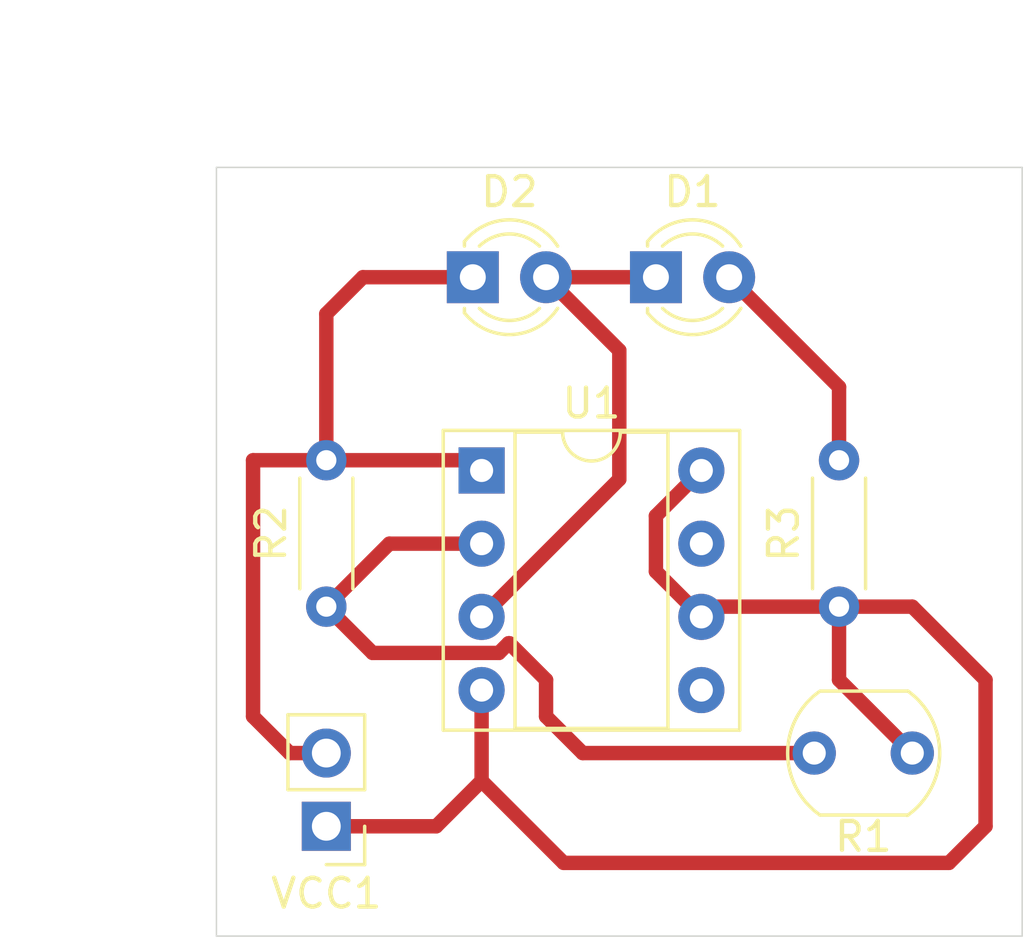
<source format=kicad_pcb>
(kicad_pcb (version 20171130) (host pcbnew "(5.1.9)-1")

  (general
    (thickness 1.6)
    (drawings 6)
    (tracks 42)
    (zones 0)
    (modules 7)
    (nets 8)
  )

  (page A4)
  (layers
    (0 F.Cu signal)
    (31 B.Cu signal)
    (32 B.Adhes user)
    (33 F.Adhes user)
    (34 B.Paste user)
    (35 F.Paste user)
    (36 B.SilkS user)
    (37 F.SilkS user)
    (38 B.Mask user)
    (39 F.Mask user)
    (40 Dwgs.User user)
    (41 Cmts.User user)
    (42 Eco1.User user)
    (43 Eco2.User user)
    (44 Edge.Cuts user)
    (45 Margin user)
    (46 B.CrtYd user)
    (47 F.CrtYd user)
    (48 B.Fab user)
    (49 F.Fab user)
  )

  (setup
    (last_trace_width 0.5)
    (trace_clearance 0.2)
    (zone_clearance 0.508)
    (zone_45_only no)
    (trace_min 0.2)
    (via_size 0.8)
    (via_drill 0.4)
    (via_min_size 0.4)
    (via_min_drill 0.3)
    (uvia_size 0.3)
    (uvia_drill 0.1)
    (uvias_allowed no)
    (uvia_min_size 0.2)
    (uvia_min_drill 0.1)
    (edge_width 0.05)
    (segment_width 0.2)
    (pcb_text_width 0.3)
    (pcb_text_size 1.5 1.5)
    (mod_edge_width 0.12)
    (mod_text_size 1 1)
    (mod_text_width 0.15)
    (pad_size 1.524 1.524)
    (pad_drill 0.762)
    (pad_to_mask_clearance 0)
    (aux_axis_origin 0 0)
    (visible_elements 7FFFFFFF)
    (pcbplotparams
      (layerselection 0x290aa_7fffffff)
      (usegerberextensions false)
      (usegerberattributes true)
      (usegerberadvancedattributes true)
      (creategerberjobfile true)
      (excludeedgelayer true)
      (linewidth 0.100000)
      (plotframeref false)
      (viasonmask false)
      (mode 1)
      (useauxorigin false)
      (hpglpennumber 1)
      (hpglpenspeed 20)
      (hpglpendiameter 15.000000)
      (psnegative false)
      (psa4output false)
      (plotreference true)
      (plotvalue true)
      (plotinvisibletext false)
      (padsonsilk false)
      (subtractmaskfromsilk false)
      (outputformat 1)
      (mirror false)
      (drillshape 0)
      (scaleselection 1)
      (outputdirectory "../GERBER/"))
  )

  (net 0 "")
  (net 1 "Net-(D1-Pad2)")
  (net 2 "Net-(D1-Pad1)")
  (net 3 "Net-(D2-Pad1)")
  (net 4 "Net-(R1-Pad2)")
  (net 5 "Net-(R1-Pad1)")
  (net 6 "Net-(U1-Pad7)")
  (net 7 "Net-(U1-Pad5)")

  (net_class Default "This is the default net class."
    (clearance 0.2)
    (trace_width 0.5)
    (via_dia 0.8)
    (via_drill 0.4)
    (uvia_dia 0.3)
    (uvia_drill 0.1)
    (add_net "Net-(D1-Pad1)")
    (add_net "Net-(D1-Pad2)")
    (add_net "Net-(D2-Pad1)")
    (add_net "Net-(R1-Pad1)")
    (add_net "Net-(R1-Pad2)")
    (add_net "Net-(U1-Pad5)")
    (add_net "Net-(U1-Pad7)")
  )

  (module Connector_PinHeader_2.54mm:PinHeader_1x02_P2.54mm_Vertical (layer F.Cu) (tedit 59FED5CC) (tstamp 60563C40)
    (at 124.46 92.71 180)
    (descr "Through hole straight pin header, 1x02, 2.54mm pitch, single row")
    (tags "Through hole pin header THT 1x02 2.54mm single row")
    (path /605615F7)
    (fp_text reference VCC1 (at 0 -2.33) (layer F.SilkS)
      (effects (font (size 1 1) (thickness 0.15)))
    )
    (fp_text value "DC 9" (at 0 4.87) (layer F.Fab)
      (effects (font (size 1 1) (thickness 0.15)))
    )
    (fp_line (start -0.635 -1.27) (end 1.27 -1.27) (layer F.Fab) (width 0.1))
    (fp_line (start 1.27 -1.27) (end 1.27 3.81) (layer F.Fab) (width 0.1))
    (fp_line (start 1.27 3.81) (end -1.27 3.81) (layer F.Fab) (width 0.1))
    (fp_line (start -1.27 3.81) (end -1.27 -0.635) (layer F.Fab) (width 0.1))
    (fp_line (start -1.27 -0.635) (end -0.635 -1.27) (layer F.Fab) (width 0.1))
    (fp_line (start -1.33 3.87) (end 1.33 3.87) (layer F.SilkS) (width 0.12))
    (fp_line (start -1.33 1.27) (end -1.33 3.87) (layer F.SilkS) (width 0.12))
    (fp_line (start 1.33 1.27) (end 1.33 3.87) (layer F.SilkS) (width 0.12))
    (fp_line (start -1.33 1.27) (end 1.33 1.27) (layer F.SilkS) (width 0.12))
    (fp_line (start -1.33 0) (end -1.33 -1.33) (layer F.SilkS) (width 0.12))
    (fp_line (start -1.33 -1.33) (end 0 -1.33) (layer F.SilkS) (width 0.12))
    (fp_line (start -1.8 -1.8) (end -1.8 4.35) (layer F.CrtYd) (width 0.05))
    (fp_line (start -1.8 4.35) (end 1.8 4.35) (layer F.CrtYd) (width 0.05))
    (fp_line (start 1.8 4.35) (end 1.8 -1.8) (layer F.CrtYd) (width 0.05))
    (fp_line (start 1.8 -1.8) (end -1.8 -1.8) (layer F.CrtYd) (width 0.05))
    (fp_text user %R (at 0 1.27 90) (layer F.Fab)
      (effects (font (size 1 1) (thickness 0.15)))
    )
    (pad 2 thru_hole oval (at 0 2.54 180) (size 1.7 1.7) (drill 1) (layers *.Cu *.Mask)
      (net 3 "Net-(D2-Pad1)"))
    (pad 1 thru_hole rect (at 0 0 180) (size 1.7 1.7) (drill 1) (layers *.Cu *.Mask)
      (net 5 "Net-(R1-Pad1)"))
    (model ${KISYS3DMOD}/Connector_PinHeader_2.54mm.3dshapes/PinHeader_1x02_P2.54mm_Vertical.wrl
      (at (xyz 0 0 0))
      (scale (xyz 1 1 1))
      (rotate (xyz 0 0 0))
    )
  )

  (module Package_DIP:DIP-8_W7.62mm_Socket (layer F.Cu) (tedit 5A02E8C5) (tstamp 60563C2A)
    (at 129.845001 80.365001)
    (descr "8-lead though-hole mounted DIP package, row spacing 7.62 mm (300 mils), Socket")
    (tags "THT DIP DIL PDIP 2.54mm 7.62mm 300mil Socket")
    (path /6055E23B)
    (fp_text reference U1 (at 3.81 -2.33) (layer F.SilkS)
      (effects (font (size 1 1) (thickness 0.15)))
    )
    (fp_text value LM555 (at 3.81 9.95) (layer F.Fab)
      (effects (font (size 1 1) (thickness 0.15)))
    )
    (fp_line (start 1.635 -1.27) (end 6.985 -1.27) (layer F.Fab) (width 0.1))
    (fp_line (start 6.985 -1.27) (end 6.985 8.89) (layer F.Fab) (width 0.1))
    (fp_line (start 6.985 8.89) (end 0.635 8.89) (layer F.Fab) (width 0.1))
    (fp_line (start 0.635 8.89) (end 0.635 -0.27) (layer F.Fab) (width 0.1))
    (fp_line (start 0.635 -0.27) (end 1.635 -1.27) (layer F.Fab) (width 0.1))
    (fp_line (start -1.27 -1.33) (end -1.27 8.95) (layer F.Fab) (width 0.1))
    (fp_line (start -1.27 8.95) (end 8.89 8.95) (layer F.Fab) (width 0.1))
    (fp_line (start 8.89 8.95) (end 8.89 -1.33) (layer F.Fab) (width 0.1))
    (fp_line (start 8.89 -1.33) (end -1.27 -1.33) (layer F.Fab) (width 0.1))
    (fp_line (start 2.81 -1.33) (end 1.16 -1.33) (layer F.SilkS) (width 0.12))
    (fp_line (start 1.16 -1.33) (end 1.16 8.95) (layer F.SilkS) (width 0.12))
    (fp_line (start 1.16 8.95) (end 6.46 8.95) (layer F.SilkS) (width 0.12))
    (fp_line (start 6.46 8.95) (end 6.46 -1.33) (layer F.SilkS) (width 0.12))
    (fp_line (start 6.46 -1.33) (end 4.81 -1.33) (layer F.SilkS) (width 0.12))
    (fp_line (start -1.33 -1.39) (end -1.33 9.01) (layer F.SilkS) (width 0.12))
    (fp_line (start -1.33 9.01) (end 8.95 9.01) (layer F.SilkS) (width 0.12))
    (fp_line (start 8.95 9.01) (end 8.95 -1.39) (layer F.SilkS) (width 0.12))
    (fp_line (start 8.95 -1.39) (end -1.33 -1.39) (layer F.SilkS) (width 0.12))
    (fp_line (start -1.55 -1.6) (end -1.55 9.2) (layer F.CrtYd) (width 0.05))
    (fp_line (start -1.55 9.2) (end 9.15 9.2) (layer F.CrtYd) (width 0.05))
    (fp_line (start 9.15 9.2) (end 9.15 -1.6) (layer F.CrtYd) (width 0.05))
    (fp_line (start 9.15 -1.6) (end -1.55 -1.6) (layer F.CrtYd) (width 0.05))
    (fp_text user %R (at 3.81 3.81) (layer F.Fab)
      (effects (font (size 1 1) (thickness 0.15)))
    )
    (fp_arc (start 3.81 -1.33) (end 2.81 -1.33) (angle -180) (layer F.SilkS) (width 0.12))
    (pad 8 thru_hole oval (at 7.62 0) (size 1.6 1.6) (drill 0.8) (layers *.Cu *.Mask)
      (net 5 "Net-(R1-Pad1)"))
    (pad 4 thru_hole oval (at 0 7.62) (size 1.6 1.6) (drill 0.8) (layers *.Cu *.Mask)
      (net 5 "Net-(R1-Pad1)"))
    (pad 7 thru_hole oval (at 7.62 2.54) (size 1.6 1.6) (drill 0.8) (layers *.Cu *.Mask)
      (net 6 "Net-(U1-Pad7)"))
    (pad 3 thru_hole oval (at 0 5.08) (size 1.6 1.6) (drill 0.8) (layers *.Cu *.Mask)
      (net 2 "Net-(D1-Pad1)"))
    (pad 6 thru_hole oval (at 7.62 5.08) (size 1.6 1.6) (drill 0.8) (layers *.Cu *.Mask)
      (net 5 "Net-(R1-Pad1)"))
    (pad 2 thru_hole oval (at 0 2.54) (size 1.6 1.6) (drill 0.8) (layers *.Cu *.Mask)
      (net 4 "Net-(R1-Pad2)"))
    (pad 5 thru_hole oval (at 7.62 7.62) (size 1.6 1.6) (drill 0.8) (layers *.Cu *.Mask)
      (net 7 "Net-(U1-Pad5)"))
    (pad 1 thru_hole rect (at 0 0) (size 1.6 1.6) (drill 0.8) (layers *.Cu *.Mask)
      (net 3 "Net-(D2-Pad1)"))
    (model ${KISYS3DMOD}/Package_DIP.3dshapes/DIP-8_W7.62mm_Socket.wrl
      (at (xyz 0 0 0))
      (scale (xyz 1 1 1))
      (rotate (xyz 0 0 0))
    )
  )

  (module Resistor_THT:R_Axial_DIN0204_L3.6mm_D1.6mm_P5.08mm_Horizontal (layer F.Cu) (tedit 5AE5139B) (tstamp 60563C06)
    (at 142.24 85.09 90)
    (descr "Resistor, Axial_DIN0204 series, Axial, Horizontal, pin pitch=5.08mm, 0.167W, length*diameter=3.6*1.6mm^2, http://cdn-reichelt.de/documents/datenblatt/B400/1_4W%23YAG.pdf")
    (tags "Resistor Axial_DIN0204 series Axial Horizontal pin pitch 5.08mm 0.167W length 3.6mm diameter 1.6mm")
    (path /6055F7D9)
    (fp_text reference R3 (at 2.54 -1.92 90) (layer F.SilkS)
      (effects (font (size 1 1) (thickness 0.15)))
    )
    (fp_text value 330E (at 2.54 1.92 90) (layer F.Fab)
      (effects (font (size 1 1) (thickness 0.15)))
    )
    (fp_line (start 0.74 -0.8) (end 0.74 0.8) (layer F.Fab) (width 0.1))
    (fp_line (start 0.74 0.8) (end 4.34 0.8) (layer F.Fab) (width 0.1))
    (fp_line (start 4.34 0.8) (end 4.34 -0.8) (layer F.Fab) (width 0.1))
    (fp_line (start 4.34 -0.8) (end 0.74 -0.8) (layer F.Fab) (width 0.1))
    (fp_line (start 0 0) (end 0.74 0) (layer F.Fab) (width 0.1))
    (fp_line (start 5.08 0) (end 4.34 0) (layer F.Fab) (width 0.1))
    (fp_line (start 0.62 -0.92) (end 4.46 -0.92) (layer F.SilkS) (width 0.12))
    (fp_line (start 0.62 0.92) (end 4.46 0.92) (layer F.SilkS) (width 0.12))
    (fp_line (start -0.95 -1.05) (end -0.95 1.05) (layer F.CrtYd) (width 0.05))
    (fp_line (start -0.95 1.05) (end 6.03 1.05) (layer F.CrtYd) (width 0.05))
    (fp_line (start 6.03 1.05) (end 6.03 -1.05) (layer F.CrtYd) (width 0.05))
    (fp_line (start 6.03 -1.05) (end -0.95 -1.05) (layer F.CrtYd) (width 0.05))
    (fp_text user %R (at 2.54 0 90) (layer F.Fab)
      (effects (font (size 0.72 0.72) (thickness 0.108)))
    )
    (pad 2 thru_hole oval (at 5.08 0 90) (size 1.4 1.4) (drill 0.7) (layers *.Cu *.Mask)
      (net 1 "Net-(D1-Pad2)"))
    (pad 1 thru_hole circle (at 0 0 90) (size 1.4 1.4) (drill 0.7) (layers *.Cu *.Mask)
      (net 5 "Net-(R1-Pad1)"))
    (model ${KISYS3DMOD}/Resistor_THT.3dshapes/R_Axial_DIN0204_L3.6mm_D1.6mm_P5.08mm_Horizontal.wrl
      (at (xyz 0 0 0))
      (scale (xyz 1 1 1))
      (rotate (xyz 0 0 0))
    )
  )

  (module Resistor_THT:R_Axial_DIN0204_L3.6mm_D1.6mm_P5.08mm_Horizontal (layer F.Cu) (tedit 5AE5139B) (tstamp 60563BF3)
    (at 124.46 85.09 90)
    (descr "Resistor, Axial_DIN0204 series, Axial, Horizontal, pin pitch=5.08mm, 0.167W, length*diameter=3.6*1.6mm^2, http://cdn-reichelt.de/documents/datenblatt/B400/1_4W%23YAG.pdf")
    (tags "Resistor Axial_DIN0204 series Axial Horizontal pin pitch 5.08mm 0.167W length 3.6mm diameter 1.6mm")
    (path /605645E1)
    (fp_text reference R2 (at 2.54 -1.92 90) (layer F.SilkS)
      (effects (font (size 1 1) (thickness 0.15)))
    )
    (fp_text value 47K (at 2.54 1.92 90) (layer F.Fab)
      (effects (font (size 1 1) (thickness 0.15)))
    )
    (fp_line (start 0.74 -0.8) (end 0.74 0.8) (layer F.Fab) (width 0.1))
    (fp_line (start 0.74 0.8) (end 4.34 0.8) (layer F.Fab) (width 0.1))
    (fp_line (start 4.34 0.8) (end 4.34 -0.8) (layer F.Fab) (width 0.1))
    (fp_line (start 4.34 -0.8) (end 0.74 -0.8) (layer F.Fab) (width 0.1))
    (fp_line (start 0 0) (end 0.74 0) (layer F.Fab) (width 0.1))
    (fp_line (start 5.08 0) (end 4.34 0) (layer F.Fab) (width 0.1))
    (fp_line (start 0.62 -0.92) (end 4.46 -0.92) (layer F.SilkS) (width 0.12))
    (fp_line (start 0.62 0.92) (end 4.46 0.92) (layer F.SilkS) (width 0.12))
    (fp_line (start -0.95 -1.05) (end -0.95 1.05) (layer F.CrtYd) (width 0.05))
    (fp_line (start -0.95 1.05) (end 6.03 1.05) (layer F.CrtYd) (width 0.05))
    (fp_line (start 6.03 1.05) (end 6.03 -1.05) (layer F.CrtYd) (width 0.05))
    (fp_line (start 6.03 -1.05) (end -0.95 -1.05) (layer F.CrtYd) (width 0.05))
    (fp_text user %R (at 2.54 0 90) (layer F.Fab)
      (effects (font (size 0.72 0.72) (thickness 0.108)))
    )
    (pad 2 thru_hole oval (at 5.08 0 90) (size 1.4 1.4) (drill 0.7) (layers *.Cu *.Mask)
      (net 3 "Net-(D2-Pad1)"))
    (pad 1 thru_hole circle (at 0 0 90) (size 1.4 1.4) (drill 0.7) (layers *.Cu *.Mask)
      (net 4 "Net-(R1-Pad2)"))
    (model ${KISYS3DMOD}/Resistor_THT.3dshapes/R_Axial_DIN0204_L3.6mm_D1.6mm_P5.08mm_Horizontal.wrl
      (at (xyz 0 0 0))
      (scale (xyz 1 1 1))
      (rotate (xyz 0 0 0))
    )
  )

  (module OptoDevice:R_LDR_5.1x4.3mm_P3.4mm_Vertical (layer F.Cu) (tedit 5B8603DB) (tstamp 60563BE0)
    (at 144.78 90.17 180)
    (descr "Resistor, LDR 5.1x3.4mm, see http://yourduino.com/docs/Photoresistor-5516-datasheet.pdf")
    (tags "Resistor LDR5.1x3.4mm")
    (path /60560DB2)
    (fp_text reference R1 (at 1.7 -2.9) (layer F.SilkS)
      (effects (font (size 1 1) (thickness 0.15)))
    )
    (fp_text value LDR07 (at 1.5 3) (layer F.Fab)
      (effects (font (size 1 1) (thickness 0.15)))
    )
    (fp_line (start 0.15 2.15) (end 3.2 2.15) (layer F.SilkS) (width 0.12))
    (fp_line (start 0.15 -2.15) (end 3.2 -2.15) (layer F.SilkS) (width 0.12))
    (fp_line (start 1 0) (end 2.3 0) (layer F.Fab) (width 0.1))
    (fp_line (start 2.3 0) (end 2.3 -0.6) (layer F.Fab) (width 0.1))
    (fp_line (start 2.3 -0.6) (end 0.8 -0.6) (layer F.Fab) (width 0.1))
    (fp_line (start 2.6 0.6) (end 1 0.6) (layer F.Fab) (width 0.1))
    (fp_line (start 0.8 -1.8) (end 2.6 -1.8) (layer F.Fab) (width 0.1))
    (fp_line (start 2.6 -1.8) (end 2.6 -1.2) (layer F.Fab) (width 0.1))
    (fp_line (start 2.6 -1.2) (end 0.8 -1.2) (layer F.Fab) (width 0.1))
    (fp_line (start 0.8 -1.2) (end 0.8 -0.6) (layer F.Fab) (width 0.1))
    (fp_line (start 1 0) (end 1 0.6) (layer F.Fab) (width 0.1))
    (fp_line (start 2.6 0.6) (end 2.6 1.2) (layer F.Fab) (width 0.1))
    (fp_line (start 2.6 1.2) (end 0.8 1.2) (layer F.Fab) (width 0.1))
    (fp_line (start 0.8 1.2) (end 0.8 1.8) (layer F.Fab) (width 0.1))
    (fp_line (start 0.8 1.8) (end 2.6 1.8) (layer F.Fab) (width 0.1))
    (fp_line (start 3.2 2.1) (end 0.2 2.1) (layer F.Fab) (width 0.1))
    (fp_line (start 0.2 -2.1) (end 3.2 -2.1) (layer F.Fab) (width 0.1))
    (fp_line (start -1.13 -2.35) (end 4.53 -2.35) (layer F.CrtYd) (width 0.05))
    (fp_line (start -1.13 -2.35) (end -1.13 2.35) (layer F.CrtYd) (width 0.05))
    (fp_line (start 4.53 2.35) (end 4.53 -2.35) (layer F.CrtYd) (width 0.05))
    (fp_line (start 4.53 2.35) (end -1.13 2.35) (layer F.CrtYd) (width 0.05))
    (fp_arc (start 1.7 0) (end 0.2 2.1) (angle 109) (layer F.Fab) (width 0.1))
    (fp_arc (start 1.7 0) (end 3.2 -2.1) (angle 109) (layer F.Fab) (width 0.1))
    (fp_arc (start 1.7 0) (end 3.2 -2.15) (angle 109) (layer F.SilkS) (width 0.12))
    (fp_arc (start 1.7 0) (end 0.15 2.15) (angle 109) (layer F.SilkS) (width 0.12))
    (fp_text user %R (at 1.7 -2.9) (layer F.Fab)
      (effects (font (size 1 1) (thickness 0.15)))
    )
    (pad 2 thru_hole circle (at 3.4 0 180) (size 1.5 1.5) (drill 0.8) (layers *.Cu *.Mask)
      (net 4 "Net-(R1-Pad2)"))
    (pad 1 thru_hole circle (at 0 0 180) (size 1.5 1.5) (drill 0.8) (layers *.Cu *.Mask)
      (net 5 "Net-(R1-Pad1)"))
    (model ${KISYS3DMOD}/OptoDevice.3dshapes/R_LDR_5.1x4.3mm_P3.4mm_Vertical.wrl
      (at (xyz 0 0 0))
      (scale (xyz 1 1 1))
      (rotate (xyz 0 0 0))
    )
  )

  (module LED_THT:LED_D3.0mm (layer F.Cu) (tedit 587A3A7B) (tstamp 60563BC0)
    (at 129.54 73.66)
    (descr "LED, diameter 3.0mm, 2 pins")
    (tags "LED diameter 3.0mm 2 pins")
    (path /6057AACE)
    (fp_text reference D2 (at 1.27 -2.96) (layer F.SilkS)
      (effects (font (size 1 1) (thickness 0.15)))
    )
    (fp_text value "GREEN LED" (at 1.27 2.96) (layer F.Fab)
      (effects (font (size 1 1) (thickness 0.15)))
    )
    (fp_circle (center 1.27 0) (end 2.77 0) (layer F.Fab) (width 0.1))
    (fp_line (start -0.23 -1.16619) (end -0.23 1.16619) (layer F.Fab) (width 0.1))
    (fp_line (start -0.29 -1.236) (end -0.29 -1.08) (layer F.SilkS) (width 0.12))
    (fp_line (start -0.29 1.08) (end -0.29 1.236) (layer F.SilkS) (width 0.12))
    (fp_line (start -1.15 -2.25) (end -1.15 2.25) (layer F.CrtYd) (width 0.05))
    (fp_line (start -1.15 2.25) (end 3.7 2.25) (layer F.CrtYd) (width 0.05))
    (fp_line (start 3.7 2.25) (end 3.7 -2.25) (layer F.CrtYd) (width 0.05))
    (fp_line (start 3.7 -2.25) (end -1.15 -2.25) (layer F.CrtYd) (width 0.05))
    (fp_arc (start 1.27 0) (end 0.229039 1.08) (angle -87.9) (layer F.SilkS) (width 0.12))
    (fp_arc (start 1.27 0) (end 0.229039 -1.08) (angle 87.9) (layer F.SilkS) (width 0.12))
    (fp_arc (start 1.27 0) (end -0.29 1.235516) (angle -108.8) (layer F.SilkS) (width 0.12))
    (fp_arc (start 1.27 0) (end -0.29 -1.235516) (angle 108.8) (layer F.SilkS) (width 0.12))
    (fp_arc (start 1.27 0) (end -0.23 -1.16619) (angle 284.3) (layer F.Fab) (width 0.1))
    (pad 2 thru_hole circle (at 2.54 0) (size 1.8 1.8) (drill 0.9) (layers *.Cu *.Mask)
      (net 2 "Net-(D1-Pad1)"))
    (pad 1 thru_hole rect (at 0 0) (size 1.8 1.8) (drill 0.9) (layers *.Cu *.Mask)
      (net 3 "Net-(D2-Pad1)"))
    (model ${KISYS3DMOD}/LED_THT.3dshapes/LED_D3.0mm.wrl
      (at (xyz 0 0 0))
      (scale (xyz 1 1 1))
      (rotate (xyz 0 0 0))
    )
  )

  (module LED_THT:LED_D3.0mm (layer F.Cu) (tedit 587A3A7B) (tstamp 60563BAD)
    (at 135.89 73.66)
    (descr "LED, diameter 3.0mm, 2 pins")
    (tags "LED diameter 3.0mm 2 pins")
    (path /6057B397)
    (fp_text reference D1 (at 1.27 -2.96) (layer F.SilkS)
      (effects (font (size 1 1) (thickness 0.15)))
    )
    (fp_text value "RED LED" (at 1.27 2.96) (layer F.Fab)
      (effects (font (size 1 1) (thickness 0.15)))
    )
    (fp_circle (center 1.27 0) (end 2.77 0) (layer F.Fab) (width 0.1))
    (fp_line (start -0.23 -1.16619) (end -0.23 1.16619) (layer F.Fab) (width 0.1))
    (fp_line (start -0.29 -1.236) (end -0.29 -1.08) (layer F.SilkS) (width 0.12))
    (fp_line (start -0.29 1.08) (end -0.29 1.236) (layer F.SilkS) (width 0.12))
    (fp_line (start -1.15 -2.25) (end -1.15 2.25) (layer F.CrtYd) (width 0.05))
    (fp_line (start -1.15 2.25) (end 3.7 2.25) (layer F.CrtYd) (width 0.05))
    (fp_line (start 3.7 2.25) (end 3.7 -2.25) (layer F.CrtYd) (width 0.05))
    (fp_line (start 3.7 -2.25) (end -1.15 -2.25) (layer F.CrtYd) (width 0.05))
    (fp_arc (start 1.27 0) (end 0.229039 1.08) (angle -87.9) (layer F.SilkS) (width 0.12))
    (fp_arc (start 1.27 0) (end 0.229039 -1.08) (angle 87.9) (layer F.SilkS) (width 0.12))
    (fp_arc (start 1.27 0) (end -0.29 1.235516) (angle -108.8) (layer F.SilkS) (width 0.12))
    (fp_arc (start 1.27 0) (end -0.29 -1.235516) (angle 108.8) (layer F.SilkS) (width 0.12))
    (fp_arc (start 1.27 0) (end -0.23 -1.16619) (angle 284.3) (layer F.Fab) (width 0.1))
    (pad 2 thru_hole circle (at 2.54 0) (size 1.8 1.8) (drill 0.9) (layers *.Cu *.Mask)
      (net 1 "Net-(D1-Pad2)"))
    (pad 1 thru_hole rect (at 0 0) (size 1.8 1.8) (drill 0.9) (layers *.Cu *.Mask)
      (net 2 "Net-(D1-Pad1)"))
    (model ${KISYS3DMOD}/LED_THT.3dshapes/LED_D3.0mm.wrl
      (at (xyz 0 0 0))
      (scale (xyz 1 1 1))
      (rotate (xyz 0 0 0))
    )
  )

  (dimension 26.67 (width 0.15) (layer Dwgs.User)
    (gr_text "26.670 mm" (at 116.81 83.185 270) (layer Dwgs.User)
      (effects (font (size 1 1) (thickness 0.15)))
    )
    (feature1 (pts (xy 120.65 96.52) (xy 117.523579 96.52)))
    (feature2 (pts (xy 120.65 69.85) (xy 117.523579 69.85)))
    (crossbar (pts (xy 118.11 69.85) (xy 118.11 96.52)))
    (arrow1a (pts (xy 118.11 96.52) (xy 117.523579 95.393496)))
    (arrow1b (pts (xy 118.11 96.52) (xy 118.696421 95.393496)))
    (arrow2a (pts (xy 118.11 69.85) (xy 117.523579 70.976504)))
    (arrow2b (pts (xy 118.11 69.85) (xy 118.696421 70.976504)))
  )
  (dimension 27.94 (width 0.15) (layer Dwgs.User)
    (gr_text "27.940 mm" (at 134.62 64.74) (layer Dwgs.User)
      (effects (font (size 1 1) (thickness 0.15)))
    )
    (feature1 (pts (xy 148.59 69.85) (xy 148.59 65.453579)))
    (feature2 (pts (xy 120.65 69.85) (xy 120.65 65.453579)))
    (crossbar (pts (xy 120.65 66.04) (xy 148.59 66.04)))
    (arrow1a (pts (xy 148.59 66.04) (xy 147.463496 66.626421)))
    (arrow1b (pts (xy 148.59 66.04) (xy 147.463496 65.453579)))
    (arrow2a (pts (xy 120.65 66.04) (xy 121.776504 66.626421)))
    (arrow2b (pts (xy 120.65 66.04) (xy 121.776504 65.453579)))
  )
  (gr_line (start 120.65 96.52) (end 120.65 69.85) (layer Edge.Cuts) (width 0.05) (tstamp 60571DBE))
  (gr_line (start 148.59 69.85) (end 120.65 69.85) (layer Edge.Cuts) (width 0.05))
  (gr_line (start 148.59 96.52) (end 148.59 69.85) (layer Edge.Cuts) (width 0.05))
  (gr_line (start 120.65 96.52) (end 148.59 96.52) (layer Edge.Cuts) (width 0.05))

  (segment (start 138.43 73.66) (end 142.24 77.47) (width 0.5) (layer F.Cu) (net 1))
  (segment (start 142.24 77.47) (end 142.24 80.01) (width 0.5) (layer F.Cu) (net 1))
  (segment (start 129.845001 85.445001) (end 134.62 80.670002) (width 0.5) (layer F.Cu) (net 2))
  (segment (start 134.62 76.2) (end 132.08 73.66) (width 0.5) (layer F.Cu) (net 2))
  (segment (start 134.62 80.670002) (end 134.62 76.2) (width 0.5) (layer F.Cu) (net 2))
  (segment (start 135.89 73.66) (end 132.08 73.66) (width 0.5) (layer F.Cu) (net 2))
  (segment (start 129.49 80.01) (end 129.845001 80.365001) (width 0.5) (layer F.Cu) (net 3))
  (segment (start 124.46 80.01) (end 129.49 80.01) (width 0.5) (layer F.Cu) (net 3))
  (segment (start 121.92 80.01) (end 124.46 80.01) (width 0.5) (layer F.Cu) (net 3))
  (segment (start 121.92 88.9) (end 121.92 80.01) (width 0.5) (layer F.Cu) (net 3))
  (segment (start 123.19 90.17) (end 121.92 88.9) (width 0.5) (layer F.Cu) (net 3))
  (segment (start 124.46 90.17) (end 123.19 90.17) (width 0.5) (layer F.Cu) (net 3))
  (segment (start 124.46 74.93) (end 124.46 80.01) (width 0.5) (layer F.Cu) (net 3))
  (segment (start 125.73 73.66) (end 124.46 74.93) (width 0.5) (layer F.Cu) (net 3))
  (segment (start 129.54 73.66) (end 125.73 73.66) (width 0.5) (layer F.Cu) (net 3))
  (segment (start 126.644999 82.905001) (end 129.845001 82.905001) (width 0.5) (layer F.Cu) (net 4))
  (segment (start 124.46 85.09) (end 126.644999 82.905001) (width 0.5) (layer F.Cu) (net 4))
  (segment (start 130.780004 86.36) (end 130.445002 86.695002) (width 0.5) (layer F.Cu) (net 4))
  (segment (start 126.065002 86.695002) (end 124.46 85.09) (width 0.5) (layer F.Cu) (net 4))
  (segment (start 130.81 86.36) (end 130.780004 86.36) (width 0.5) (layer F.Cu) (net 4))
  (segment (start 132.08 87.63) (end 130.81 86.36) (width 0.5) (layer F.Cu) (net 4))
  (segment (start 132.08 88.9) (end 132.08 87.63) (width 0.5) (layer F.Cu) (net 4))
  (segment (start 130.445002 86.695002) (end 126.065002 86.695002) (width 0.5) (layer F.Cu) (net 4))
  (segment (start 133.35 90.17) (end 132.08 88.9) (width 0.5) (layer F.Cu) (net 4))
  (segment (start 141.38 90.17) (end 133.35 90.17) (width 0.5) (layer F.Cu) (net 4))
  (segment (start 142.24 87.63) (end 144.78 90.17) (width 0.5) (layer F.Cu) (net 5))
  (segment (start 142.24 85.09) (end 142.24 87.63) (width 0.5) (layer F.Cu) (net 5))
  (segment (start 124.46 92.71) (end 125.120002 92.71) (width 0.5) (layer F.Cu) (net 5))
  (segment (start 128.27 92.71) (end 129.845001 91.134999) (width 0.5) (layer F.Cu) (net 5))
  (segment (start 129.845001 91.134999) (end 129.845001 87.985001) (width 0.5) (layer F.Cu) (net 5))
  (segment (start 124.46 92.71) (end 128.27 92.71) (width 0.5) (layer F.Cu) (net 5))
  (segment (start 146.05 93.98) (end 132.690002 93.98) (width 0.5) (layer F.Cu) (net 5))
  (segment (start 147.32 92.71) (end 146.05 93.98) (width 0.5) (layer F.Cu) (net 5))
  (segment (start 147.32 87.63) (end 147.32 92.71) (width 0.5) (layer F.Cu) (net 5))
  (segment (start 132.690002 93.98) (end 129.845001 91.134999) (width 0.5) (layer F.Cu) (net 5))
  (segment (start 144.78 85.09) (end 147.32 87.63) (width 0.5) (layer F.Cu) (net 5))
  (segment (start 142.24 85.09) (end 144.78 85.09) (width 0.5) (layer F.Cu) (net 5))
  (segment (start 137.820002 85.09) (end 137.465001 85.445001) (width 0.5) (layer F.Cu) (net 5))
  (segment (start 142.24 85.09) (end 137.820002 85.09) (width 0.5) (layer F.Cu) (net 5))
  (segment (start 137.465001 85.445001) (end 135.89 83.87) (width 0.5) (layer F.Cu) (net 5))
  (segment (start 135.89 81.940002) (end 137.465001 80.365001) (width 0.5) (layer F.Cu) (net 5))
  (segment (start 135.89 83.87) (end 135.89 81.940002) (width 0.5) (layer F.Cu) (net 5))

)

</source>
